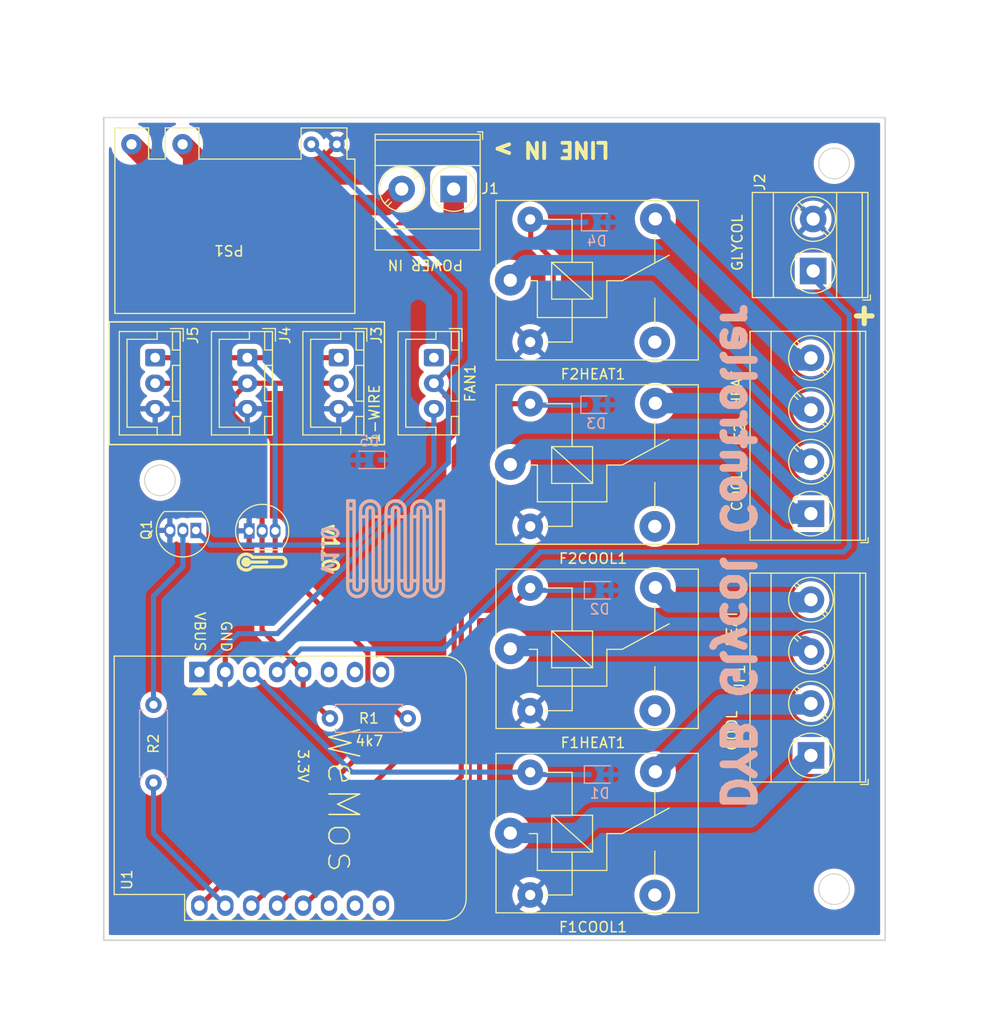
<source format=kicad_pcb>
(kicad_pcb (version 20211014) (generator pcbnew)

  (general
    (thickness 1.6)
  )

  (paper "USLetter")
  (title_block
    (title "DYB Relay Cotnrol Board")
    (date "2023-01-31")
    (rev "1.0")
  )

  (layers
    (0 "F.Cu" signal)
    (31 "B.Cu" signal)
    (32 "B.Adhes" user "B.Adhesive")
    (33 "F.Adhes" user "F.Adhesive")
    (34 "B.Paste" user)
    (35 "F.Paste" user)
    (36 "B.SilkS" user "B.Silkscreen")
    (37 "F.SilkS" user "F.Silkscreen")
    (38 "B.Mask" user)
    (39 "F.Mask" user)
    (40 "Dwgs.User" user "User.Drawings")
    (41 "Cmts.User" user "User.Comments")
    (42 "Eco1.User" user "User.Eco1")
    (43 "Eco2.User" user "User.Eco2")
    (44 "Edge.Cuts" user)
    (45 "Margin" user)
    (46 "B.CrtYd" user "B.Courtyard")
    (47 "F.CrtYd" user "F.Courtyard")
    (48 "B.Fab" user)
    (49 "F.Fab" user)
  )

  (setup
    (stackup
      (layer "F.SilkS" (type "Top Silk Screen"))
      (layer "F.Paste" (type "Top Solder Paste"))
      (layer "F.Mask" (type "Top Solder Mask") (thickness 0.01))
      (layer "F.Cu" (type "copper") (thickness 0.035))
      (layer "dielectric 1" (type "core") (thickness 1.51) (material "FR4") (epsilon_r 4.5) (loss_tangent 0.02))
      (layer "B.Cu" (type "copper") (thickness 0.035))
      (layer "B.Mask" (type "Bottom Solder Mask") (thickness 0.01))
      (layer "B.Paste" (type "Bottom Solder Paste"))
      (layer "B.SilkS" (type "Bottom Silk Screen"))
      (copper_finish "None")
      (dielectric_constraints no)
    )
    (pad_to_mask_clearance 0)
    (pcbplotparams
      (layerselection 0x00310f0_ffffffff)
      (disableapertmacros false)
      (usegerberextensions false)
      (usegerberattributes false)
      (usegerberadvancedattributes false)
      (creategerberjobfile true)
      (svguseinch false)
      (svgprecision 6)
      (excludeedgelayer false)
      (plotframeref false)
      (viasonmask false)
      (mode 1)
      (useauxorigin false)
      (hpglpennumber 1)
      (hpglpenspeed 20)
      (hpglpendiameter 15.000000)
      (dxfpolygonmode true)
      (dxfimperialunits true)
      (dxfusepcbnewfont true)
      (psnegative false)
      (psa4output false)
      (plotreference false)
      (plotvalue true)
      (plotinvisibletext false)
      (sketchpadsonfab false)
      (subtractmaskfromsilk true)
      (outputformat 1)
      (mirror false)
      (drillshape 0)
      (scaleselection 1)
      (outputdirectory "gerber_output/")
    )
  )

  (net 0 "")
  (net 1 "Net-(J2-Pad1)")
  (net 2 "3.3VDC")
  (net 3 "/OWC_BUS")
  (net 4 "unconnected-(U1-Pad6)")
  (net 5 "unconnected-(U1-Pad7)")
  (net 6 "unconnected-(U1-Pad8)")
  (net 7 "unconnected-(U1-Pad9)")
  (net 8 "unconnected-(U1-Pad10)")
  (net 9 "unconnected-(U1-Pad11)")
  (net 10 "unconnected-(F1COOL1-Pad3)")
  (net 11 "unconnected-(F1HEAT1-Pad3)")
  (net 12 "unconnected-(F2COOL1-Pad3)")
  (net 13 "unconnected-(F2HEAT1-Pad3)")
  (net 14 "/NUETRAL")
  (net 15 "/LINE")
  (net 16 "Net-(Q1-Pad2)")
  (net 17 "Net-(D5-Pad1)")
  (net 18 "unconnected-(FAN1-Pad1)")
  (net 19 "GND")
  (net 20 "+5V")
  (net 21 "/AC Control/F1_C")
  (net 22 "/AC Control/F1_H")
  (net 23 "/AC Control/F2_C")
  (net 24 "/AC Control/F2_H")
  (net 25 "/AC Control/F1Cin")
  (net 26 "/AC Control/F1Cout")
  (net 27 "/AC Control/F1Hin")
  (net 28 "/AC Control/F1Hout")
  (net 29 "/AC Control/F2Cin")
  (net 30 "/AC Control/F2Cout")
  (net 31 "/AC Control/F2Hin")
  (net 32 "/AC Control/F2Hout")
  (net 33 "Net-(R2-Pad1)")

  (footprint "Module:WEMOS_D1_mini_light" (layer "F.Cu") (at 96.14 107.76 -90))

  (footprint "TerminalBlock_Phoenix:TerminalBlock_Phoenix_MKDS-3-2-5.08_1x02_P5.08mm_Horizontal" (layer "F.Cu") (at 138.45 67.515 90))

  (footprint "Relay_THT:Relay_SPDT_SANYOU_SRD_Series_Form_C" (layer "F.Cu") (at 108.8 104.486666))

  (footprint "TerminalBlock_Phoenix:TerminalBlock_Phoenix_MKDS-3-2-5.08_1x02_P5.08mm_Horizontal" (layer "F.Cu") (at 103.25 59.5 180))

  (footprint "Relay_THT:Relay_SPDT_SANYOU_SRD_Series_Form_C" (layer "F.Cu") (at 108.8 122.52))

  (footprint "LOGO" (layer "F.Cu") (at 97.57 94.69 90))

  (footprint "Relay_THT:Relay_SPDT_SANYOU_SRD_Series_Form_C" (layer "F.Cu") (at 108.8 86.453333))

  (footprint "LOGO" (layer "F.Cu") (at 84.5 96 -90))

  (footprint "TerminalBlock_Phoenix:TerminalBlock_Phoenix_MKDS-3-4-5.08_1x04_P5.08mm_Horizontal" (layer "F.Cu") (at 138.23 91.26 90))

  (footprint "Connector_JST:JST_XH_B3B-XH-A_1x03_P2.50mm_Vertical" (layer "F.Cu") (at 74.03 76 -90))

  (footprint "TerminalBlock_Phoenix:TerminalBlock_Phoenix_MKDS-3-4-5.08_1x04_P5.08mm_Horizontal" (layer "F.Cu") (at 138.23 114.92 90))

  (footprint "Connector_JST:JST_XH_B3B-XH-A_1x03_P2.50mm_Vertical" (layer "F.Cu") (at 92.005 76 -90))

  (footprint "Power:Acxico 5V 700mA Board Module Mini AC-DC 120V to 5V Power Supply" (layer "F.Cu") (at 94.221 53.5175 180))

  (footprint "Connector_JST:JST_XH_B3B-XH-A_1x03_P2.50mm_Vertical" (layer "F.Cu") (at 83.055 76 -90))

  (footprint "Connector_JST:JST_XH_B3B-XH-A_1x03_P2.50mm_Vertical" (layer "F.Cu") (at 101.32 76 -90))

  (footprint "Package_TO_SOT_THT:TO-92_Inline" (layer "F.Cu") (at 78.02 92.9 180))

  (footprint "Relay_THT:Relay_SPDT_SANYOU_SRD_Series_Form_C" (layer "F.Cu") (at 108.8 68.42))

  (footprint "Package_TO_SOT_THT:TO-92_Inline" (layer "F.Cu") (at 83.24 92.95))

  (footprint "Diode_SMD:D_SOD-323F" (layer "B.Cu") (at 117.55 116.78))

  (footprint "Diode_SMD:D_SOD-323F" (layer "B.Cu") (at 117.27 62.74))

  (footprint "Diode_SMD:D_SOD-323F" (layer "B.Cu") (at 95 86 180))

  (footprint "Resistor_THT:R_Axial_DIN0207_L6.3mm_D2.5mm_P7.62mm_Horizontal" (layer "B.Cu") (at 73.87 117.58 90))

  (footprint "LOGO" (layer "B.Cu")
    (tedit 0) (tstamp c77434ac-9b9c-41ed-8b3b-27a93da87a8a)
    (at 97.57 94.69 90)
    (attr board_only exclude_from_pos_files exclude_from_bom)
    (fp_text reference "v1.0" (at -0.14 -6.48 270 unlocked) (layer "B.SilkS")
      (effects (font (size 1.524 1.524) (thickness 0.3)) (justify mirror))
      (tstamp 08e0680d-fff9-4d96-a2b3-f988c6520c9e)
    )
    (fp_text value "" (at 7.62 2.54 90) (layer "B.SilkS") hide
      (effects (font (size 1.524 1.524) (thickness 0.3)) (justify mirror))
      (tstamp 3e2e075c-0cbf-4fee-a96f-8a34c9653c7b)
    )
    (fp_poly (pts
        (xy 4.79758 4.797581)
        (xy 4.814198 4.77994)
        (xy 4.826451 4.761169)
        (xy 4.835005 4.735434)
        (xy 4.840524 4.696897)
        (xy 4.843672 4.639722)
        (xy 4.845116 4.558075)
        (xy 4.845519 4.446117)
        (xy 4.845538 4.376616)
        (xy 4.845407 4.247234)
        (xy 4.844569 4.151092)
        (xy 4.84236 4.082355)
        (xy 4.838114 4.035187)
        (xy 4.831168 4.003752)
        (xy 4.820856 3.982213)
        (xy 4.806513 3.964734)
        (xy 4.79758 3.955651)
        (xy 4.749622 3.907693)
        (xy 0.490269 3.907693)
        (xy -0.028442 3.907634)
        (xy -0.509055 3.907453)
        (xy -0.952552 3.907146)
        (xy -1.359912 3.906708)
        (xy -1.732115 3.906133)
        (xy -2.070141 3.905417)
        (xy -2.374971 3.904555)
        (xy -2.647584 3.90354)
        (xy -2.88896 3.90237)
        (xy -3.10008 3.901037)
        (xy -3.281923 3.899538)
        (xy -3.435468 3.897868)
        (xy -3.561698 3.896021)
        (xy -3.66159 3.893992)
        (xy -3.736126 3.891777)
        (xy -3.786285 3.88937)
        (xy -3.813047 3.886766)
        (xy -3.81753 3.88562)
        (xy -3.869727 3.843309)
        (xy -3.895733 3.783631)
        (xy -3.895546 3.71822)
        (xy -3.869168 3.658709)
        (xy -3.81753 3.61715)
        (xy -3.799789 3.614315)
        (xy -3.758819 3.611699)
        (xy -3.693596 3.609297)
        (xy -3.603092 3.607103)
        (xy -3.486282 3.60511)
        (xy -3.342142 3.603314)
        (xy -3.169644 3.601707)
        (xy -2.967763 3.600284)
        (xy -2.735474 3.59904)
        (xy -2.471751 3.597968)
        (xy -2.175569 3.597062)
        (xy -1.845901 3.596316)
        (xy -1.481722 3.595725)
        (xy -1.082006 3.595282)
        (xy -0.645728 3.594982)
        (xy -0.171862 3.594819)
        (xy 0.05465 3.594788)
        (xy 0.517372 3.594785)
        (xy 0.942681 3.594813)
        (xy 1.332244 3.594821)
        (xy 1.687724 3.594756)
        (xy 2.010786 3.594566)
        (xy 2.303095 3.594199)
        (xy 2.566316 3.593602)
        (xy 2.802113 3.592724)
        (xy 3.012152 3.591513)
        (xy 3.198096 3.589916)
        (xy 3.361612 3.587881)
        (xy 3.504363 3.585356)
        (xy 3.628014 3.582289)
        (xy 3.73423 3.578628)
        (xy 3.824676 3.57432)
        (xy 3.901017 3.569314)
        (xy 3.964917 3.563557)
        (xy 4.018042 3.556997)
        (xy 4.062055 3.549582)
        (xy 4.098622 3.54126)
        (xy 4.129407 3.531978)
        (xy 4.156076 3.521685)
        (xy 4.180292 3.510329)
        (xy 4.203721 3.497856)
        (xy 4.228028 3.484216)
        (xy 4.254877 3.469356)
        (xy 4.267139 3.462828)
        (xy 4.430592 3.355716)
        (xy 4.571489 3.220015)
        (xy 4.686602 3.061099)
        (xy 4.772703 2.884341)
        (xy 4.826564 2.695115)
        (xy 4.844961 2.500923)
        (xy 4.826168 2.30465)
        (xy 4.771943 2.11553)
        (xy 4.685513 1.938935)
        (xy 4.570105 1.78024)
        (xy 4.428949 1.644818)
        (xy 4.267139 1.539018)
        (xy 4.238749 1.523637)
        (xy 4.213591 1.509498)
        (xy 4.19 1.496548)
        (xy 4.166312 1.484735)
        (xy 4.140861 1.474008)
        (xy 4.111984 1.464313)
        (xy 4.078015 1.4556)
        (xy 4.037289 1.447815)
        (xy 3.988141 1.440908)
        (xy 3.928908 1.434824)
        (xy 3.857924 1.429513)
        (xy 3.773524 1.424922)
        (xy 3.674044 1.421)
        (xy 3.557819 1.417693)
        (xy 3.423184 1.414949)
        (xy 3.268474 1.412718)
        (xy 3.092025 1.410946)
        (xy 2.892171 1.409581)
        (xy 2.667249 1.408571)
        (xy 2.415593 1.407865)
        (xy 2.135538 1.407409)
        (xy 1.825421 1.407152)
        (xy 1.483575 1.407041)
        (xy 1.108336 1.407025)
        (xy 0.69804 1.407051)
        (xy 0.251022 1.407067)
        (xy 0.05465 1.407058)
        (xy -0.436521 1.406955)
        (xy -0.889641 1.406717)
        (xy -1.305735 1.40634)
        (xy -1.68583 1.405816)
        (xy -2.030951 1.405141)
        (xy -2.342123 1.404308)
        (xy -2.620372 1.403312)
        (xy -2.866725 1.402146)
        (xy -3.082206 1.400805)
        (xy -3.267842 1.399282)
        (xy -3.424657 1.397572)
        (xy -3.553678 1.395668)
        (xy -3.65593 1.393566)
        (xy -3.732439 1.391258)
        (xy -3.784231 1.38874)
        (xy -3.812331 1.386004)
        (xy -3.81753 1.384697)
        (xy -3.869727 1.342386)
        (xy -3.895733 1.282708)
        (xy -3.895546 1.217297)
        (xy -3.869168 1.157786)
        (xy -3.81753 1.116227)
        (xy -3.799789 1.113392)
        (xy -3.758819 1.110776)
        (xy -3.693596 1.108374)
        (xy -3.603092 1.10618)
        (xy -3.486282 1.104187)
        (xy -3.342142 1.10239)
        (xy -3.169644 1.100784)
        (xy -2.967763 1.099361)
        (xy -2.735474 1.098117)
        (xy -2.471751 1.097045)
        (xy -2.175569 1.096139)
        (xy -1.845901 1.095393)
        (xy -1.481722 1.094802)
        (xy -1.082006 1.094359)
        (xy -0.645728 1.094059)
        (xy -0.171862 1.093896)
        (xy 0.05465 1.093865)
        (xy 0.517372 1.093862)
        (xy 0.942681 1.09389)
        (xy 1.332244 1.093898)
        (xy 1.687724 1.093833)
        (xy 2.010786 1.093643)
        (xy 2.303095 1.093276)
        (xy 2.566316 1.092679)
        (xy 2.802113 1.091801)
        (xy 3.012152 1.09059)
        (xy 3.198096 1.088993)
        (xy 3.361612 1.086958)
        (xy 3.504363 1.084433)
        (xy 3.628014 1.081366)
        (xy 3.73423 1.077705)
        (xy 3.824676 1.073397)
        (xy 3.901017 1.068391)
        (xy 3.964917 1.062634)
        (xy 4.018042 1.056074)
        (xy 4.062055 1.048659)
        (xy 4.098622 1.040337)
        (xy 4.129407 1.031055)
        (xy 4.156076 1.020762)
        (xy 4.180292 1.009406)
        (xy 4.203721 0.996933)
        (xy 4.228028 0.983293)
        (xy 4.254877 0.968432)
        (xy 4.267139 0.961905)
        (xy 4.430592 0.854793)
        (xy 4.571489 0.719092)
        (xy 4.686602 0.560176)
        (xy 4.772703 0.383418)
        (xy 4.826564 0.194192)
        (xy 4.844961 0)
        (xy 4.826168 -0.196273)
        (xy 4.771943 -0.385393)
        (xy 4.685513 -0.561988)
        (xy 4.570105 -0.720683)
        (xy 4.428949 -0.856105)
        (xy 4.267139 -0.961905)
        (xy 4.238749 -0.977286)
        (xy 4.213591 -0.991425)
        (xy 4.19 -1.004375)
        (xy 4.166312 -1.016188)
        (xy 4.140861 -1.026915)
        (xy 4.111984 -1.03661)
        (xy 4.078015 -1.045323)
        (xy 4.037289 -1.053108)
        (xy 3.988141 -1.060015)
        (xy 3.928908 -1.066099)
        (xy 3.857924 -1.07141)
        (xy 3.773524 -1.076001)
        (xy 3.674044 -1.079924)
        (xy 3.557819 -1.08323)
        (xy 3.423184 -1.085974)
        (xy 3.268474 -1.088205)
        (xy 3.092025 -1.089977)
        (xy 2.892171 -1.091342)
        (xy 2.667249 -1.092352)
        (xy 2.415593 -1.093059)
        (xy 2.135538 -1.093514)
        (xy 1.825421 -1.093772)
        (xy 1.483575 -1.093882)
        (xy 1.108336 -1.093898)
        (xy 0.69804 -1.093872)
        (xy 0.251022 -1.093856)
        (xy 0.05465 -1.093865)
        (xy -0.436521 -1.093968)
        (xy -0.889641 -1.094206)
        (xy -1.305735 -1.094583)
        (xy -1.68583 -1.095107)
        (xy -2.030951 -1.095782)
        (xy -2.342123 -1.096615)
        (xy -2.620372 -1.097611)
        (xy -2.866725 -1.098777)
        (xy -3.082206 -1.100118)
        (xy -3.267842 -1.101641)
        (xy -3.424657 -1.103351)
        (xy -3.553678 -1.105255)
        (xy -3.65593 -1.107357)
        (xy -3.732439 -1.109665)
        (xy -3.784231 -1.112183)
        (xy -3.812331 -1.114919)
        (xy -3.81753 -1.116226)
        (xy -3.869727 -1.158537)
        (xy -3.895733 -1.218215)
        (xy -3.895546 -1.283626)
        (xy -3.869168 -1.343137)
        (xy -3.81753 -1.384696)
        (xy -3.799789 -1.387531)
        (xy -3.758819 -1.390147)
        (xy -3.693596 -1.392549)
        (xy -3.603092 -1.394743)
        (xy -3.486282 -1.396736)
        (xy -3.342142 -1.398533)
        (xy -3.169644 -1.400139)
        (xy -2.967763 -1.401562)
        (xy -2.735474 -1.402806)
        (xy -2.471751 -1.403879)
        (xy -2.175569 -1.404784)
        (xy -1.845901 -1.40553)
        (xy -1.481722 -1.406121)
        (xy -1.082006 -1.406564)
        (xy -0.645728 -1.406864)
        (xy -0.171862 -1.407027)
        (xy 0.05465 -1.407058)
        (xy 0.517372 -1.407061)
        (xy 0.942681 -1.407033)
        (xy 1.332244 -1.407025)
        (xy 1.687724 -1.40709)
        (xy 2.010786 -1.40728)
        (xy 2.303095 -1.407648)
        (xy 2.566316 -1.408244)
        (xy 2.802113 -1.409122)
        (xy 3.012152 -1.410333)
        (xy 3.198096 -1.41193)
        (xy 3.361612 -1.413965)
        (xy 3.504363 -1.41649)
        (xy 3.628014 -1.419557)
        (xy 3.73423 -1.423218)
        (xy 3.824676 -1.427526)
        (xy 3.901017 -1.432532)
        (xy 3.964917 -1.438289)
        (xy 4.018042 -1.444849)
        (xy 4.062055 -1.452264)
        (xy 4.098622 -1.460586)
        (xy 4.129407 -1.469868)
        (xy 4.156076 -1.480161)
        (xy 4.180292 -1.491517)
        (xy 4.203721 -1.50399)
        (xy 4.228028 -1.51763)
        (xy 4.254877 -1.532491)
        (xy 4.267139 -1.539018)
        (xy 4.430592 -1.64613)
        (xy 4.571489 -1.781831)
        (xy 4.686602 -1.940747)
        (xy 4.772703 -2.117505)
        (xy 4.826564 -2.306731)
        (xy 4.844961 -2.500923)
        (xy 4.826168 -2.697196)
        (xy 4.771943 -2.886316)
        (xy 4.685513 -3.062911)
        (xy 4.570105 -3.221606)
        (xy 4.428949 -3.357028)
        (xy 4.267139 -3.462828)
        (xy 4.238749 -3.478209)
        (xy 4.213591 -3.492349)
        (xy 4.19 -3.505299)
        (xy 4.166312 -3.517111)
        (xy 4.140861 -3.527839)
        (xy 4.111984 -3.537533)
        (xy 4.078015 -3.546246)
        (xy 4.037289 -3.554031)
        (xy 3.988141 -3.560939)
        (xy 3.928908 -3.567022)
        (xy 3.857924 -3.572333)
        (xy 3.773524 -3.576924)
        (xy 3.674044 -3.580847)
        (xy 3.557819 -3.584154)
        (xy 3.423184 -3.586897)
        (xy 3.268474 -3.589128)
        (xy 3.092025 -3.5909)
        (xy 2.892171 -3.592265)
        (xy 2.667249 -3.593275)
        (xy 2.415593 -3.593982)
        (xy 2.135538 -3.594437)
        (xy 1.825421 -3.594695)
        (xy 1.483575 -3.594805)
        (xy 1.108336 -3.594821)
        (xy 0.69804 -3.594795)
        (xy 0.251022 -3.594779)
        (xy 0.05465 -3.594788)
        (xy -0.436521 -3.594891)
        (xy -0.889641 -3.595129)
        (xy -1.305735 -3.595506)
        (xy -1.68583 -3.59603)
        (xy -2.030951 -3.596705)
        (xy -2.342123 -3.597538)
        (xy -2.620372 -3.598534)
        (xy -2.866725 -3.5997)
        (xy -3.082206 -3.601042)
        (xy -3.267842 -3.602564)
        (xy -3.424657 -3.604274)
        (xy -3.553678 -3.606178)
        (xy -3.65593 -3.60828)
        (xy -3.732439 -3.610588)
        (xy -3.784231 -3.613106)
        (xy -3.812331 -3.615842)
        (xy -3.81753 -3.61715)
        (xy -3.869727 -3.65946)
        (xy -3.895733 -3.719138)
        (xy -3.895546 -3.784549)
        (xy -3.869168 -3.844061)
        (xy -3.81753 -3.885619)
        (xy -3.800242 -3.888306)
        (xy -3.759967 -3.890795)
        (xy -3.695725 -3.89309)
        (xy -3.606534 -3.895196)
        (xy -3.491416 -3.897118)
        (xy -3.34939 -3.898862)
        (xy -3.179476 -3.900432)
        (xy -2.980694 -3.901833)
        (xy -2.752065 -3.90307)
        (xy -2.492608 -3.904149)
        (xy -2.201343 -3.905075)
        (xy -1.877291 -3.905851)
        (xy -1.519471 -3.906484)
        (xy -1.126903 -3.906979)
        (xy -0.698607 -3.90734)
        (xy -0.233603 -3.907573)
        (xy 0.269088 -3.907682)
        (xy 0.490269 -3.907692)
        (xy 4.749622 -3.907692)
        (xy 4.79758 -3.95565)
        (xy 4.814198 -3.973291)
        (xy 4.826451 -3.992061)
        (xy 4.835005 -4.017797)
        (xy 4.840524 -4.056334)
        (xy 4.843672 -4.113508)
        (xy 4.845116 -4.195156)
        (xy 4.845519 -4.307114)
        (xy 4.845538 -4.376615)
        (xy 4.845407 -4.505997)
        (xy 4.844569 -4.602139)
        (xy 4.84236 -4.670875)
        (xy 4.838114 -4.718043)
        (xy 4.831168 -4.749479)
        (xy 4.820856 -4.771018)
        (xy 4.806513 -4.788497)
        (xy 4.79758 -4.79758)
        (xy 4.749622 -4.845538)
        (xy 0.425849 -4.84391)
        (xy -0.068266 -4.843695)
        (xy -0.524772 -4.843429)
        (xy -0.94514 -4.843103)
        (xy -1.330837 -4.842706)
        (xy -1.683333 -4.84223)
        (xy -2.004096 -4.841665)
        (xy -2.294596 -4.841)
        (xy -2.5563 -4.840226)
        (xy -2.790678 -4.839334)
        (xy -2.999199 -4.838314)
        (xy -3.183332 -4.837156)
        (xy -3.344545 -4.83585)
        (xy -3.484307 -4.834386)
        (xy -3.604088 -4.832756)
        (xy -3.705356 -4.830949)
        (xy -3.789579 -4.828955)
        (xy -3.858227 -4.826765)
        (xy -3.912769 -4.82437)
        (xy -3.954673 -4.821758)
        (xy -3.985408 -4.818922)
        (xy -4.006443 -4.81585)
        (xy -4.012322 -4.814589)
        (xy -4.197466 -4.750368)
        (xy -4.366106 -4.653712)
        (xy -4.514802 -4.529012)
        (xy -4.640113 -4.380663)
        (xy -4.7386 -4.213056)
        (xy -4.806821 -4.030585)
        (xy -4.841338 -3.837642)
        (xy -4.843498 -3.786206)
        (xy -4.527334 -3.786206)
        (xy -4.502481 -3.94244)
        (xy -4.446137 -4.093194)
        (xy -4.361147 -4.229714)
        (xy -4.30238 -4.296404)
        (xy -4.213719 -4.375634)
        (xy -4.121998 -4.43594)
        (xy -4.020358 -4.479497)
        (xy -3.901938 -4.508482)
        (xy -3.759878 -4.52507)
        (xy -3.587317 -4.531439)
        (xy -3.560885 -4.531637)
        (xy -3.282462 -4.532923)
        (xy -2.969846 -4.532923)
        (xy 3.751384 -4.532923)
        (xy 4.064 -4.532923)
        (xy 4.532923 -4.532923)
        (xy 4.532923 -4.220307)
        (xy 4.064 -4.220307)
        (xy 4.064 -4.532923)
        (xy 3.751384 -4.532923)
        (xy 3.751384 -4.220307)
        (xy -2.969846 -4.220307)
        (xy -2.969846 -4.532923)
        (xy -3.282462 -4.532923)
        (xy -3.282462 -4.223741)
        (xy -3.590193 -4.21693)
        (xy -3.721007 -4.213101)
        (xy -3.820077 -4.206858)
        (xy -3.894733 -4.196164)
        (xy -3.952307 -4.178984)
        (xy -4.000128 -4.153281)
        (xy -4.045529 -4.117019)
        (xy -4.084413 -4.079658)
        (xy -4.16313 -3.975297)
        (xy -4.20838 -3.857784)
        (xy -4.220189 -3.7341)
        (xy -4.198582 -3.611226)
        (xy -4.143584 -3.496143)
        (xy -4.082036 -3.420733)
        (xy -4.027705 -3.37116)
        (xy -3.973561 -3.334912)
        (xy -3.912161 -3.309983)
        (xy -3.836062 -3.294368)
        (xy -3.737822 -3.28606)
        (xy -3.609997 -3.283052)
        (xy -3.570654 -3.28289)
        (xy -3.282462 -3.282461)
        (xy -2.969846 -3.282461)
        (xy 2.969846 -3.282461)
        (xy 2.969846 -2.969846)
        (xy -2.969846 -2.969846)
        (xy -2.969846 -3.282461)
        (xy -3.282462 -3.282461)
        (xy -3.282462 -2.969846)
        (xy -3.551895 -2.969846)
        (xy -3.733282 -2.974713)
        (xy -3.883349 -2.990721)
        (xy -4.008795 -3.019982)
        (xy -4.11632 -3.064606)
        (xy -4.212623 -3.126706)
        (xy -4.30238 -3.206365)
        (xy -4.405954 -3.337309)
        (xy -4.480329 -3.492752)
        (xy -4.517851 -3.633247)
        (xy -4.527334 -3.786206)
        (xy -4.843498 -3.786206)
        (xy -4.844961 -3.751384)
        (xy -4.826169 -3.555111)
        (xy -4.771944 -3.365991)
        (xy -4.685513 -3.189396)
        (xy -4.570106 -3.030701)
        (xy -4.428949 -2.895279)
        (xy -4.26714 -2.789479)
        (xy -4.23875 -2.774098)
        (xy -4.213592 -2.759958)
        (xy -4.190001 -2.747008)
        (xy -4.166313 -2.735196)
        (xy -4.140862 -2.724468)
        (xy -4.111985 -2.714774)
        (xy -4.078015 -2.706061)
        (xy -4.037289 -2.698276)
        (xy -3.988142 -2.691368)
        (xy -3.928909 -2.685285)
        (xy -3.857925 -2.679974)
        (xy -3.773525 -2.675383)
        (xy -3.674045 -2.67146)
        (xy -3.55782 -2.668153)
        (xy -3.423185 -2.66541)
        (xy -3.268475 -2.663179)
        (xy -3.092026 -2.661407)
        (xy -2.892172 -2.660042)
        (xy -2.66725 -2.659032)
        (xy -2.415594 -2.658325)
        (xy -2.135539 -2.65787)
        (xy -1.825421 -2.657612)
        (xy -1.483576 -2.657502)
        (xy -1.108337 -2.657486)
        (xy -0.698041 -2.657512)
        (xy -0.251023 -2.657528)
        (xy -0.05465 -2.657519)
        (xy 0.43652 -2.657416)
        (xy 0.88964 -2.657178)
        (xy 1.305735 -2.656801)
        (xy 1.685829 -2.656277)
        (xy 2.03095 -2.655602)
        (xy 2.342122 -2.654769)
        (xy 2.620372 -2.653773)
        (xy 2.866724 -2.652607)
        (xy 3.082205 -2.651265)
        (xy 3.267841 -2.649743)
        (xy 3.424656 -2.648033)
        (xy 3.553677 -2.646129)
        (xy 3.655929 -2.644027)
        (xy 3.732439 -2.641719)
        (xy 3.784231 -2.639201)
        (xy 3.812331 -2.636465)
        (xy 3.817529 -2.635157)
        (xy 3.869727 -2.592847)
        (xy 3.895732 -2.533169)
        (xy 3.895546 -2.467758)
        (xy 3.869167 -2.408246)
        (xy 3.817529 -2.366688)
        (xy 3.799788 -2.363853)
        (xy 3.758819 -2.361237)
        (xy 3.693595 -2.358835)
        (xy 3.603091 -2.35664)
        (xy 3.486282 -2.354648)
        (xy 3.342141 -2.352851)
        (xy 3.169643 -2.351245)
        (xy 2.967763 -2.349822)
        (xy 2.735474 -2.348578)
        (xy 2.471751 -2.347505)
        (xy 2.175568 -2.346599)
        (xy 1.8459 -2.345854)
        (xy 1.481721 -2.345263)
        (xy 1.082006 -2.34482)
        (xy 0.645728 -2.34452)
        (xy 0.171862 -2.344357)
        (xy -0.05465 -2.344326)
        (xy -0.517372 -2.344323)
        (xy -0.942682 -2.344351)
        (xy -1.332244 -2.344359)
        (xy -1.687724 -2.344294)
        (xy -2.010786 -2.344104)
        (xy -2.303095 -2.343736)
        (xy -2.566316 -2.34314)
        (xy -2.802114 -2.342262)
        (xy -3.012152 -2.341051)
        (xy -3.198097 -2.339454)
        (xy -3.361612 -2.337419)
        (xy -3.504363 -2.334894)
        (xy -3.628015 -2.331827)
        (xy -3.734231 -2.328166)
        (xy -3.824677 -2.323858)
        (xy -3.901018 -2.318852)
        (xy -3.964918 -2.313095)
        (xy -4.018042 -2.306535)
        (xy -4.062056 -2.29912)
        (xy -4.098623 -2.290798)
        (xy -4.129408 -2.281516)
        (xy -4.156076 -2.271223)
        (xy -4.180293 -2.259867)
        (xy -4.203722 -2.247394)
        (xy -4.228029 -2.233754)
        (xy -4.254877 -2.218893)
        (xy -4.26714 -2.212366)
        (xy -4.430592 -2.105254)
        (xy -4.571489 -1.969553)
        (xy -4.686602 -1.810637)
        (xy -4.772704 -1.633879)
        (xy -4.826565 -1.444653)
        (xy -4.84176 -1.284247)
        (xy -4.527541 -1.284247)
        (xy -4.517851 -1.368599)
        (xy -4.46809 -1.541434)
        (xy -4.387849 -1.692311)
        (xy -4.30238 -1.795481)
        (xy -4.213719 -1.874711)
        (xy -4.121998 -1.935017)
        (xy -4.020358 -1.978574)
        (xy -3.901938 -2.007558)
        (xy -3.759878 -2.024147)
        (xy -3.587317 -2.030516)
        (xy -3.560885 -2.030714)
        (xy -3.282462 -2.032)
        (xy -2.969846 -2.032)
        (xy 2.969846 -2.032)
        (xy 2.969846 -1.719384)
        (xy -2.969846 -1.719384)
        (xy -2.969846 -2.032)
        (xy -3.282462 -2.032)
        (xy -3.282462 -1.722817)
        (xy -3.590193 -1.716007)
        (xy -3.612024 -1.715368)
        (xy 3.282461 -1.715368)
        (xy 3.282461 -2.032)
        (xy 3.570654 -2.032429)
        (xy 3.707677 -2.0344)
        (xy 3.813122 -2.041164)
        (xy 3.894386 -2.054689)
        (xy 3.958866 -2.076943)
        (xy 4.013958 -2.109896)
        (xy 4.06706 -2.155515)
        (xy 4.079658 -2.167894)
        (xy 4.144926 -2.242258)
        (xy 4.18486 -2.314942)
        (xy 4.204713 -2.399396)
        (xy 4.209762 -2.500923)
        (xy 4.203844 -2.608985)
        (xy 4.182669 -2.692582)
        (xy 4.141109 -2.764994)
        (xy 4.082035 -2.831574)
        (xy 4.034091 -2.876787)
        (xy 3.989098 -2.910054)
        (xy 3.939761 -2.933377)
        (xy 3.878779 -2.948758)
        (xy 3.798854 -2.958197)
        (xy 3.692689 -2.963696)
        (xy 3.590192 -2.966468)
        (xy 3.282461 -2.973279)
        (xy 3.282461 -3.286477)
        (xy 3.599961 -3.278204)
        (xy 3.725771 -3.274222)
        (xy 3.820514 -3.269133)
        (xy 3.892201 -3.261962)
        (xy 3.948841 -3.251737)
        (xy 3.998444 -3.237481)
        (xy 4.029848 -3.22593)
        (xy 4.184612 -3.145583)
        (xy 4.313357 -3.03774)
        (xy 4.41354 -2.906143)
        (xy 4.482619 -2.754535)
        (xy 4.518051 -2.586659)
        (xy 4.522362 -2.500923)
        (xy 4.504077 -2.326533)
        (xy 4.45092 -2.166606)
        (xy 4.365432 -2.024884)
        (xy 4.250155 -1.90511)
        (xy 4.107631 -1.811024)
        (xy 4.029848 -1.775915)
        (xy 3.980559 -1.758605)
        (xy 3.929304 -1.745941)
        (xy 3.868075 -1.736949)
        (xy 3.78886 -1.730656)
        (xy 3.683651 -1.726086)
        (xy 3.599961 -1.723642)
        (xy 3.282461 -1.715368)
        (xy -3.612024 -1.715368)
        (xy -3.721007 -1.712178)
        (xy -3.820077 -1.705934)
        (xy -3.894733 -1.695241)
        (xy -3.952307 -1.678061)
        (xy -4.000128 -1.652358)
        (xy -4.045529 -1.616096)
        (xy -4.084413 -1.578734)
        (xy -4.16313 -1.474374)
        (xy -4.20838 -1.356861)
        (xy -4.220189 -1.233177)
        (xy -4.198582 -1.110303)
        (xy -4.143584 -0.99522)
        (xy -4.082036 -0.91981)
        (xy -4.027705 -0.870237)
        (xy -3.973561 -0.833989)
        (xy -3.912161 -0.80906)
        (xy -3.836062 -0.793445)
        (xy -3.737822 -0.785136)
        (xy -3.609997 -0.782129)
        (xy -3.570654 -0.781967)
        (xy -3.282462 -0.781538)
        (xy -2.969846 -0.781538)
        (xy 2.969846 -0.781538)
        (xy 2.969846 -0.468923)
        (xy -2.969846 -0.468923)
        (xy -2.969846 -0.781538)
        (xy -3.282462 -0.781538)
        (xy -3.282462 -0.468923)
        (xy -3.551895 -0.468923)
        (xy -3.733282 -0.47379)
        (xy -3.883349 -0.489798)
        (xy -4.008795 -0.519058)
        (xy -4.11632 -0.563683)
        (xy -4.212623 -0.625783)
        (xy -4.30238 -0.705442)
        (xy -4.402106 -0.830226)
        (xy -4.474772 -0.974124)
        (xy -4.517531 -1.128382)
        (xy -4.527541 -1.284247)
        (xy -4.84176 -1.284247)
        (xy -4.844961 -1.250461)
        (xy -4.826169 -1.054188)
        (xy -4.771944 -0.865068)
        (xy -4.685513 -0.688473)
        (xy -4.570106 -0.529778)
        (xy -4.428949 -0.394355)
        (xy -4.26714 -0.288556)
        (xy -4.23875 -0.273175)
        (xy -4.213592 -0.259035)
        (xy -4.190001 -0.246085)
        (xy -4.166313 -0.234273)
        (xy -4.140862 -0.223545)
        (xy -4.111985 -0.213851)
        (xy -4.078015 -0.205138)
        (xy -4.037289 -0.197353)
        (xy -3.988142 -0.190445)
        (xy -3.928909 -0.184362)
        (xy -3.857925 -0.179051)
        (xy -3.773525 -0.17446)
        (xy -3.674045 -0.170537)
        (xy -3.55782 -0.16723)
        (xy -3.423185 -0.164487)
        (xy -3.268475 -0.162256)
        (xy -3.092026 -0.160484)
        (xy -2.892172 -0.159119)
        (xy -2.66725 -0.158109)
        (xy -2.415594 -0.157402)
        (xy -2.135539 -0.156946)
        (xy -1.825421 -0.156689)
        (xy -1.483576 -0.156579)
        (xy -1.108337 -0.156563)
        (xy -0.698041 -0.156589)
        (xy -0.251023 -0.156605)
        (xy -0.05465 -0.156596)
        (xy 0.43652 -0.156493)
        (xy 0.88964 -0.156255)
        (xy 1.305735 -0.155877)
        (xy 1.685829 -0.155354)
        (xy 2.03095 -0.154679)
        (xy 2.342122 -0.153846)
        (xy 2.620372 -0.15285)
        (xy 2.866724 -0.151684)
        (xy 3.082205 -0.150342)
        (xy 3.267841 -0.14882)
        (xy 3.424656 -0.147109)
        (xy 3.553677 -0.145206)
        (xy 3.655929 -0.143104)
        (xy 3.732439 -0.140796)
        (xy 3.784231 -0.138277)
        (xy 3.812331 -0.135542)
        (xy 3.817529 -0.134234)
        (xy 3.869727 -0.091924)
        (xy 3.895732 -0.032246)
        (xy 3.895546 0.033165)
        (xy 3.869167 0.092677)
        (xy 3.817529 0.134235)
        (xy 3.799788 0.13707)
        (xy 3.758819 0.139686)
        (xy 3.693595 0.142088)
        (xy 3.603091 0.144283)
        (xy 3.486282 0.146275)
        (xy 3.342141 0.148072)
        (xy 3.169643 0.149678)
        (xy 2.967763 0.151101)
        (xy 2.735474 0.152345)
        (xy 2.471751 0.153418)
        (xy 2.175568 0.154324)
        (xy 1.8459 0.155069)
        (xy 1.481721 0.15566)
        (xy 1.082006 0.156103)
        (xy 0.645728 0.156403)
        (xy 0.171862 0.156566)
        (xy -0.05465 0.156597)
        (xy -0.517372 0.1566)
        (xy -0.942682 0.156572)
        (xy -1.332244 0.156564)
        (xy -1.687724 0.156629)
        (xy -2.010786 0.156819)
        (xy -2.303095 0.157187)
        (xy -2.566316 0.157783)
        (xy -2.802114 0.158661)
        (xy -3.012152 0.159872)
        (xy -3.198097 0.161469)
        (xy -3.361612 0.163504)
        (xy -3.504363 0.166029)
        (xy -3.628015 0.169096)
        (xy -3.734231 0.172757)
        (xy -3.824677 0.177065)
        (xy -3.901018 0.182071)
        (xy -3.964918 0.187828)
        (xy -4.018042 0.194388)
        (xy -4.062056 0.201803)
        (xy -4.098623 0.210125)
        (xy -4.129408 0.219407)
        (xy -4.156076 0.2297)
        (xy -4.180293 0.241057)
        (xy -4.203722 0.253529)
        (xy -4.228029 0.267169)
        (xy -4.254877 0.28203)
        (xy -4.26714 0.288557)
        (xy -4.430592 0.395669)
        (xy -4.571489 0.53137)
        (xy -4.686602 0.690287)
        (xy -4.772704 0.867044)
        (xy -4.826565 1.05627)
        (xy -4.84176 1.216676)
        (xy -4.527541 1.216676)
        (xy -4.517851 1.132324)
        (xy -4.46809 0.959489)
        (xy -4.387849 0.808612)
        (xy -4.30238 0.705442)
        (xy -4.213719 0.626212)
        (xy -4.121998 0.565906)
        (xy -4.020358 0.522349)
        (xy -3.901938 0.493365)
        (xy -3.759878 0.476776)
        (xy -3.587317 0.470407)
        (xy -3.560885 0.470209)
        (xy -3.282462 0.468923)
        (xy -2.969846 0.468923)
        (xy 2.969846 0.468923)
        (xy 2.969846 0.781539)
        (xy -2.969846 0.781539)
        (xy -2.969846 0.468923)
        (xy -3.282462 0.468923)
        (xy -3.282462 0.778106)
        (xy -3.590193 0.784916)
        (xy -3.612024 0.785555)
        (xy 3.282461 0.785555)
        (xy 3.282461 0.468923)
        (xy 3.570654 0.468494)
        (xy 3.707677 0.466523)
        (xy 3.813122 0.459759)
        (xy 3.894386 0.446234)
        (xy 3.958866 0.42398)
        (xy 4.013958 0.391027)
        (xy 4.06706 0.345408)
        (xy 4.079658 0.333029)
        (xy 4.144926 0.258665)
        (xy 4.18486 0.185981)
        (xy 4.204713 0.101527)
        (xy 4.209762 0)
        (xy 4.203844 -0.108062)
        (xy 4.182669 -0.191659)
        (xy 4.141109 -0.26407)
        (xy 4.082035 -0.330651)
        (xy 4.034091 -0.375864)
        (xy 3.989098 -0.409131)
        (xy 3.939761 -0.432454)
        (xy 3.878779 -0.447834)
        (xy 3.798854 -0.457274)
        (xy 3.692689 -0.462773)
        (xy 3.590192 -0.465545)
        (xy 3.282461 -0.472356)
        (xy 3.282461 -0.785554)
        (xy 3.599961 -0.777281)
        (xy 3.725771 -0.773299)
        (xy 3.820514 -0.76821)
        (xy 3.892201 -0.761039)
        (xy 3.948841 -0.750813)
        (xy 3.998444 -0.736558)
        (xy 4.029848 -0.725007)
        (xy 4.184612 -0.64466)
        (xy 4.313357 -0.536817)
        (xy 4.41354 -0.40522)
        (xy 4.482619 -0.253612)
        (xy 4.518051 -0.085736)
        (xy 4.522362 0)
        (xy 4.504077 0.17439)
        (xy 4.45092 0.334317)
        (xy 4.365432 0.476039)
        (xy 4.250155 0.595813)
        (xy 4.107631 0.689899)
        (xy 4.029848 0.725008)
        (xy 3.980559 0.742318)
        (xy 3.929304 0.754982)
        (xy 3.868075 0.763974)
        (xy 3.78886 0.770267)
        (xy 3.683651 0.774837)
        (xy 3.599961 0.777281)
        (xy 3.282461 0.785555)
        (xy -3.612024 0.785555)
        (xy -3.721007 0.788745)
        (xy -3.820077 0.794989)
        (xy -3.894733 0.805682)
        (xy -3.952307 0.822862)
        (xy -4.000128 0.848565)
        (xy -4.045529 0.884827)
        (xy -4.084413 0.922189)
        (xy -4.16313 1.02655)
        (xy -4.20838 1.144062)
        (xy -4.220189 1.267746)
        (xy -4.198582 1.39062)
        (xy -4.143584 1.505703)
        (xy -4.082036 1.581113)
        (xy -4.027705 1.630686)
        (xy -3.973561 1.666934)
        (xy -3.912161 1.691863)
        (xy -3.836062 1.707478)
        (xy -3.737822 1.715787)
        (xy -3.609997 1.718794)
        (xy -3.570654 1.718956)
        (xy -3.282462 1.719385)
        (xy -2.969846 1.719385)
        (xy 2.969846 1.719385)
        (xy 2.969846 2.032)
        (xy -2.969846 2.032)
        (xy -2.969846 1.719385)
        (xy -3.282462 1.719385)
        (xy -3.282462 2.032)
        (xy -3.551895 2.032)
        (xy -3.733282 2.027133)
        (xy -3.883349 2.011125)
        (xy -4.008795 1.981865)
        (xy -4.11632 1.93724)
        (xy -4.212623 1.87514)
        (xy -4.30238 1.795481)
        (xy -4.402106 1.670698)
        (xy -4.474772 1.526799)
        (xy -4.517531 1.372541)
        (xy -4.527541 1.216676)
        (xy -4.84176 1.216676)
        (xy -4.844961 1.250462)
        (xy -4.826169 1.446735)
        (xy -4.771944 1.635856)
        (xy -4.685513 1.81245)
        (xy -4.570106 1.971145)
        (xy -4.428949 2.106568)
        (xy -4.26714 2.212367)
        (xy -4.23875 2.227748)
        (xy -4.213592 2.241888)
        (xy -4.190001 2.254838)
        (xy -4.166313 2.26665)
        (xy -4.140862 2.277378)
        (xy -4.111985 2.287072)
        (xy -4.078015 2.295785)
        (xy -4.037289 2.30357)
        (xy -3.988142 2.310478)
        (xy -3.928909 2.316561)
        (xy -3.857925 2.321872)
        (xy -3.773525 2.326463)
        (xy -3.674045 2.330386)
        (xy -3.55782 2.333693)
        (xy -3.423185 2.336436)
        (xy -3.268475 2.338667)
        (xy -3.092026 2.34044)
        (xy -2.892172 2.341804)
        (xy -2.66725 2.342814)
        (xy -2.415594 2.343521)
        (xy -2.135539 2.343977)
        (xy -1.825421 2.344234)
        (xy -1.483576 2.344344)
        (xy -1.108337 2.344361)
        (xy -0.698041 2.344335)
        (xy -0.251023 2.344318)
        (xy -0.05465 2.344327)
        (xy 0.43652 2.344431)
        (xy 0.88964 2.344668)
        (xy 1.305735 2.345046)
        (xy 1.685829 2.345569)
        (xy 2.03095 2.346244)
        (xy 2.342122 2.347077)
        (xy 2.620372 2.348073)
        (xy 2.866724 2.349239)
        (xy 3.082205 2.350581)
        (xy 3.267841 2.352104)
        (xy 3.424656 2.353814)
        (xy 3.553677 2.355717)
        (xy 3.655929 2.357819)
        (xy 3.732439 2.360127)
        (xy 3.784231 2.362646)
        (xy 3.812331 2.365381)
        (xy 3.817529 2.366689)
        (xy 3.869727 2.409)
        (xy 3.895732 2.468677)
        (xy 3.895546 2.534088)
        (xy 3.869167 2.5936)
        (xy 3.817529 2.635158)
        (xy 3.799788 2.637994)
        (xy 3.758819 2.640609)
        (xy 3.693595 2.643011)
        (xy 3.603091 2.645206)
        (xy 3.486282 2.647198)
        (xy 3.342141 2.648995)
        (xy 3.169643 2.650602)
        (xy 2.967763 2.652024)
        (xy 2.735474 2.653269)
        (xy 2.471751 2.654341)
        (xy 2.175568 2.655247)
        (xy 1.8459 2.655992)
        (xy 1.481721 2.656583)
        (xy 1.082006 2.657026)
        (xy 0.645728 2.657326)
        (xy 0.171862 2.657489)
        (xy -0.05465 2.65752)
        (xy -0.517372 2.657523)
        (xy -0.942682 2.657495)
        (xy -1.332244 2.657487)
        (xy -1.687724 2.657552)
        (xy -2.010786 2.657743)
        (xy -2.303095 2.65811)
        (xy -2.566316 2.658706)
        (xy -2.802114 2.659584)
        (xy -3.012152 2.660795)
        (xy -3.198097 2.662392)
        (xy -3.361612 2.664427)
        (xy -3.504363 2.666952)
        (xy -3.628015 2.670019)
        (xy -3.734231 2.67368)
        (xy -3.824677 2.677988)
        (xy -3.901018 2.682994)
        (xy -3.964918 2.688751)
        (xy -4.018042 2.695311)
        (xy -4.062056 2.702726)
        (xy -4.098623 2.711049)
        (xy -4.129408 2.72033)
        (xy -4.156076 2.730623)
        (xy -4.180293 2.74198)
        (xy -4.203722 2.754452)
        (xy -4.228029 2.768092)
        (xy -4.254877 2.782953)
        (xy -4.26714 2.78948)
        (xy -4.430592 2.896592)
        (xy -4.571489 3.032293)
        (xy -4.686602 3.19121)
        (xy -4.772704 3.367967)
        (xy -4.826565 3.557194)
        (xy -4.84176 3.717599)
        (xy -4.527541 3.717599)
        (xy -4.517851 3.633247)
        (xy -4.46809 3.460412)
        (xy -4.387849 3.309535)
        (xy -4.30238 3.206365)
        (xy -4.213719 3.127135)
        (xy -4.121998 3.066829)
        (xy -4.020358 3.023272)
        (xy -3.901938 2.994288)
        (xy -3.759878 2.977699)
        (xy -3.587317 2.97133)
        (xy -3.560885 2.971132)
        (xy -3.282462 2.969846)
        (xy -2.969846 2.969846)
        (xy 2.969846 2.969846)
        (xy 2.969846 3.282462)
        (xy -2.969846 3.282462)
        (xy -2.969846 2.969846)
        (xy -3.282462 2.969846)
        (xy -3.282462 3.279029)
        (xy -3.590193 3.285839)
        (xy -3.612024 3.286478)
        (xy 3.282461
... [590809 chars truncated]
</source>
